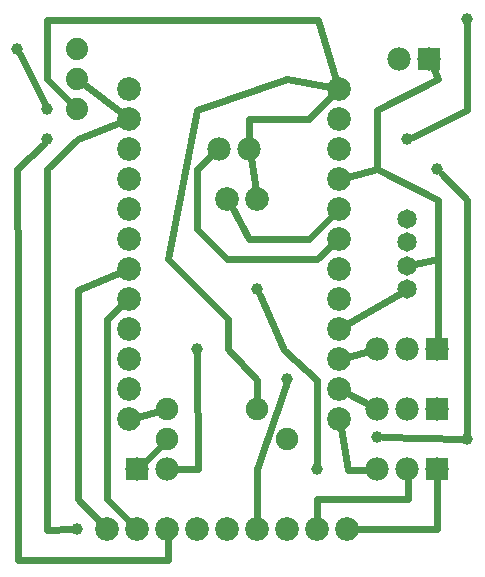
<source format=gtl>
G04 MADE WITH FRITZING*
G04 WWW.FRITZING.ORG*
G04 DOUBLE SIDED*
G04 HOLES PLATED*
G04 CONTOUR ON CENTER OF CONTOUR VECTOR*
%ASAXBY*%
%FSLAX23Y23*%
%MOIN*%
%OFA0B0*%
%SFA1.0B1.0*%
%ADD10C,0.074000*%
%ADD11C,0.039370*%
%ADD12C,0.075000*%
%ADD13C,0.079370*%
%ADD14C,0.078000*%
%ADD15C,0.065000*%
%ADD16R,0.078000X0.078000*%
%ADD17C,0.024000*%
%LNCOPPER1*%
G90*
G70*
G54D10*
X244Y1630D03*
X244Y1730D03*
X244Y1830D03*
G54D11*
X144Y1630D03*
X44Y1830D03*
X144Y1530D03*
X244Y230D03*
X644Y830D03*
X944Y730D03*
X844Y1030D03*
X1544Y530D03*
X1044Y430D03*
X1244Y538D03*
X1544Y1930D03*
X1344Y1530D03*
X1444Y1430D03*
G54D12*
X544Y630D03*
X844Y630D03*
X544Y630D03*
X844Y630D03*
X944Y530D03*
X544Y530D03*
X944Y530D03*
X544Y530D03*
G54D13*
X416Y1699D03*
X416Y1599D03*
X416Y1499D03*
X416Y1399D03*
X416Y1299D03*
X416Y1199D03*
X416Y1099D03*
X416Y999D03*
X416Y899D03*
X416Y799D03*
X416Y699D03*
X416Y599D03*
X1116Y1699D03*
X1116Y1599D03*
X1116Y1499D03*
X1116Y1399D03*
X1116Y1299D03*
X1116Y1199D03*
X1116Y1099D03*
X1116Y999D03*
X1116Y899D03*
X1116Y799D03*
X1116Y699D03*
X1116Y599D03*
G54D14*
X444Y430D03*
X544Y430D03*
G54D13*
X1144Y230D03*
X1044Y230D03*
X944Y230D03*
X844Y230D03*
X744Y230D03*
X644Y230D03*
X544Y230D03*
X444Y230D03*
X344Y230D03*
G54D14*
X1444Y430D03*
X1344Y430D03*
X1244Y430D03*
X1444Y630D03*
X1344Y630D03*
X1244Y630D03*
X1444Y830D03*
X1344Y830D03*
X1244Y830D03*
G54D15*
X1344Y1030D03*
X1344Y1108D03*
X1344Y1187D03*
X1344Y1266D03*
G54D14*
X716Y1499D03*
X816Y1499D03*
X716Y1499D03*
X816Y1499D03*
G54D13*
X744Y1330D03*
X844Y1330D03*
X744Y1330D03*
X844Y1330D03*
G54D14*
X1416Y1799D03*
X1316Y1799D03*
G54D16*
X444Y430D03*
X1444Y430D03*
X1444Y630D03*
X1444Y830D03*
X1416Y1799D03*
G54D17*
X53Y1813D02*
X136Y1647D01*
D02*
X644Y1929D02*
X144Y1929D01*
D02*
X144Y1430D02*
X144Y229D01*
D02*
X144Y229D02*
X225Y230D01*
D02*
X245Y1531D02*
X144Y1430D01*
D02*
X388Y1588D02*
X245Y1531D01*
D02*
X269Y1711D02*
X392Y1618D01*
D02*
X1045Y1929D02*
X644Y1929D01*
D02*
X144Y1929D02*
X144Y1730D01*
D02*
X144Y1730D02*
X223Y1652D01*
D02*
X1107Y1729D02*
X1045Y1929D01*
D02*
X245Y330D02*
X245Y1029D01*
D02*
X245Y1029D02*
X388Y1087D01*
D02*
X323Y252D02*
X245Y330D01*
D02*
X344Y330D02*
X344Y930D01*
D02*
X344Y930D02*
X394Y978D01*
D02*
X423Y251D02*
X344Y330D01*
D02*
X1044Y330D02*
X1044Y260D01*
D02*
X1345Y330D02*
X1044Y330D01*
D02*
X1345Y400D02*
X1345Y330D01*
D02*
X1444Y231D02*
X1444Y400D01*
D02*
X1175Y230D02*
X1444Y231D01*
D02*
X524Y509D02*
X466Y451D01*
D02*
X45Y1030D02*
X45Y129D01*
D02*
X45Y129D02*
X546Y129D01*
D02*
X546Y129D02*
X545Y199D01*
D02*
X44Y1430D02*
X45Y1030D01*
D02*
X131Y1516D02*
X44Y1430D01*
D02*
X645Y430D02*
X644Y811D01*
D02*
X575Y430D02*
X645Y430D01*
D02*
X844Y430D02*
X938Y712D01*
D02*
X844Y260D02*
X844Y430D01*
D02*
X1146Y806D02*
X1215Y823D01*
D02*
X1143Y684D02*
X1218Y644D01*
D02*
X1145Y429D02*
X1214Y429D01*
D02*
X1121Y569D02*
X1145Y429D01*
D02*
X1044Y630D02*
X1044Y729D01*
D02*
X1044Y729D02*
X933Y828D01*
D02*
X933Y828D02*
X852Y1012D01*
D02*
X1044Y530D02*
X1044Y630D01*
D02*
X1044Y449D02*
X1044Y530D01*
D02*
X1143Y914D02*
X1324Y1018D01*
D02*
X446Y606D02*
X517Y623D01*
D02*
X1445Y1130D02*
X1368Y1113D01*
D02*
X1044Y1130D02*
X744Y1130D01*
D02*
X744Y1130D02*
X644Y1231D01*
D02*
X644Y1231D02*
X643Y1430D01*
D02*
X643Y1430D02*
X694Y1478D01*
D02*
X1094Y1178D02*
X1044Y1130D01*
D02*
X1544Y1329D02*
X1544Y549D01*
D02*
X1458Y1416D02*
X1544Y1329D01*
D02*
X1525Y530D02*
X1263Y537D01*
D02*
X1544Y1629D02*
X1544Y1911D01*
D02*
X1361Y1538D02*
X1544Y1629D01*
D02*
X844Y729D02*
X844Y658D01*
D02*
X745Y831D02*
X844Y729D01*
D02*
X745Y930D02*
X745Y831D01*
D02*
X645Y1030D02*
X745Y930D01*
D02*
X546Y1130D02*
X645Y1030D01*
D02*
X643Y1629D02*
X546Y1130D01*
D02*
X943Y1730D02*
X643Y1629D01*
D02*
X1086Y1705D02*
X943Y1730D01*
D02*
X1445Y1329D02*
X1445Y1130D01*
D02*
X1445Y1130D02*
X1445Y860D01*
D02*
X1244Y1430D02*
X1445Y1329D01*
D02*
X839Y1360D02*
X821Y1469D01*
D02*
X816Y1599D02*
X816Y1529D01*
D02*
X1017Y1599D02*
X816Y1599D01*
D02*
X1094Y1677D02*
X1017Y1599D01*
D02*
X1445Y1730D02*
X1428Y1771D01*
D02*
X1244Y1629D02*
X1445Y1730D01*
D02*
X1244Y1430D02*
X1244Y1629D01*
D02*
X1146Y1406D02*
X1244Y1430D01*
D02*
X1017Y1199D02*
X1116Y1299D01*
D02*
X916Y1199D02*
X1017Y1199D01*
D02*
X816Y1199D02*
X916Y1199D01*
D02*
X759Y1303D02*
X816Y1199D01*
G04 End of Copper1*
M02*
</source>
